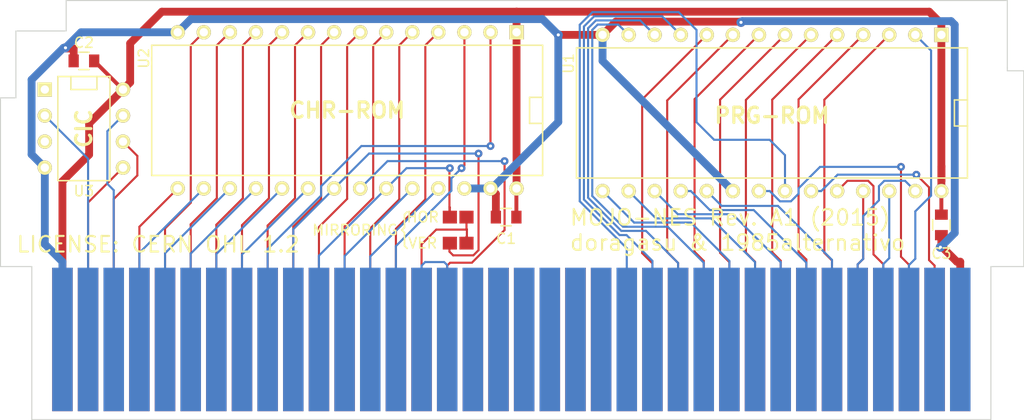
<source format=kicad_pcb>
(kicad_pcb (version 20171130) (host pcbnew "(5.1.12)-1")

  (general
    (thickness 1.6)
    (drawings 29)
    (tracks 363)
    (zones 0)
    (modules 9)
    (nets 73)
  )

  (page A4)
  (title_block
    (title MOJO-NES)
    (date 2016-12-28)
    (rev A1)
    (company "doragasu (1985alternativo)")
    (comment 1 "(licence required for product manufacture, see section 4 of License)")
    (comment 2 "License: CERN OHL 1.2: http://www.ohwr.org/licenses/cern-ohl/v1.2")
  )

  (layers
    (0 F.Cu signal)
    (31 B.Cu signal)
    (37 F.SilkS user)
    (38 B.Mask user hide)
    (39 F.Mask user hide)
    (44 Edge.Cuts user)
    (45 Margin user)
    (47 F.CrtYd user)
    (49 F.Fab user hide)
  )

  (setup
    (last_trace_width 0.2032)
    (trace_clearance 0.2032)
    (zone_clearance 0.2032)
    (zone_45_only yes)
    (trace_min 0.2032)
    (via_size 0.762)
    (via_drill 0.3048)
    (via_min_size 0.762)
    (via_min_drill 0.3048)
    (uvia_size 0.508)
    (uvia_drill 0.127)
    (uvias_allowed no)
    (uvia_min_size 0.508)
    (uvia_min_drill 0.127)
    (edge_width 0.1)
    (segment_width 0.1524)
    (pcb_text_width 0.3)
    (pcb_text_size 1.5 1.5)
    (mod_edge_width 0.15)
    (mod_text_size 1 1)
    (mod_text_width 0.15)
    (pad_size 1.5 1.5)
    (pad_drill 0.6)
    (pad_to_mask_clearance 0)
    (aux_axis_origin 139.7 132.08)
    (grid_origin 139.7 132.08)
    (visible_elements 7FFFFF7F)
    (pcbplotparams
      (layerselection 0x010e0_ffffffff)
      (usegerberextensions false)
      (usegerberattributes true)
      (usegerberadvancedattributes true)
      (creategerberjobfile true)
      (excludeedgelayer true)
      (linewidth 0.100000)
      (plotframeref false)
      (viasonmask false)
      (mode 1)
      (useauxorigin false)
      (hpglpennumber 1)
      (hpglpenspeed 20)
      (hpglpendiameter 15.000000)
      (psnegative false)
      (psa4output false)
      (plotreference true)
      (plotvalue false)
      (plotinvisibletext false)
      (padsonsilk false)
      (subtractmaskfromsilk false)
      (outputformat 1)
      (mirror false)
      (drillshape 0)
      (scaleselection 1)
      (outputdirectory "gerber/"))
  )

  (net 0 "")
  (net 1 +5V)
  (net 2 GND)
  (net 3 /PA11)
  (net 4 /PA10)
  (net 5 /PA9)
  (net 6 /PA8)
  (net 7 /PA7)
  (net 8 /PA6)
  (net 9 /PA5)
  (net 10 /PA4)
  (net 11 /PA3)
  (net 12 /PA2)
  (net 13 /PA1)
  (net 14 /PA0)
  (net 15 "Net-(J1-Pad14)")
  (net 16 "Net-(J1-Pad15)")
  (net 17 "Net-(J1-Pad16)")
  (net 18 "Net-(J1-Pad17)")
  (net 19 "Net-(J1-Pad18)")
  (net 20 "Net-(J1-Pad19)")
  (net 21 "Net-(J1-Pad20)")
  (net 22 /COE)
  (net 23 /VA10)
  (net 24 /CA6)
  (net 25 /CA5)
  (net 26 /CA4)
  (net 27 /CA3)
  (net 28 /CA2)
  (net 29 /CA1)
  (net 30 /CA0)
  (net 31 /CD0)
  (net 32 /CD1)
  (net 33 /CD2)
  (net 34 /CD3)
  (net 35 /LS0)
  (net 36 /LS1)
  (net 37 "Net-(J1-Pad37)")
  (net 38 "Net-(J1-Pad38)")
  (net 39 /PA12)
  (net 40 /PA13)
  (net 41 /PA14)
  (net 42 /PD7)
  (net 43 /PD6)
  (net 44 /PD5)
  (net 45 /PD4)
  (net 46 /PD3)
  (net 47 /PD2)
  (net 48 /PD1)
  (net 49 /PD0)
  (net 50 /POE)
  (net 51 "Net-(J1-Pad51)")
  (net 52 "Net-(J1-Pad52)")
  (net 53 "Net-(J1-Pad53)")
  (net 54 "Net-(J1-Pad54)")
  (net 55 "Net-(J1-Pad55)")
  (net 56 "Net-(J1-Pad56)")
  (net 57 "Net-(J1-Pad57)")
  (net 58 /CA7)
  (net 59 /CA8)
  (net 60 /CA9)
  (net 61 /CA11)
  (net 62 /CA10)
  (net 63 /CA12)
  (net 64 /CA13)
  (net 65 /CD7)
  (net 66 /CD6)
  (net 67 /CD5)
  (net 68 /CD4)
  (net 69 /LS2)
  (net 70 /LCK)
  (net 71 "Net-(U3-Pad1)")
  (net 72 "Net-(U3-Pad3)")

  (net_class Default "This is the default net class."
    (clearance 0.2032)
    (trace_width 0.2032)
    (via_dia 0.762)
    (via_drill 0.3048)
    (uvia_dia 0.508)
    (uvia_drill 0.127)
    (add_net /CA0)
    (add_net /CA1)
    (add_net /CA10)
    (add_net /CA11)
    (add_net /CA12)
    (add_net /CA13)
    (add_net /CA2)
    (add_net /CA3)
    (add_net /CA4)
    (add_net /CA5)
    (add_net /CA6)
    (add_net /CA7)
    (add_net /CA8)
    (add_net /CA9)
    (add_net /CD0)
    (add_net /CD1)
    (add_net /CD2)
    (add_net /CD3)
    (add_net /CD4)
    (add_net /CD5)
    (add_net /CD6)
    (add_net /CD7)
    (add_net /COE)
    (add_net /LCK)
    (add_net /LS0)
    (add_net /LS1)
    (add_net /LS2)
    (add_net /PA0)
    (add_net /PA1)
    (add_net /PA10)
    (add_net /PA11)
    (add_net /PA12)
    (add_net /PA13)
    (add_net /PA14)
    (add_net /PA2)
    (add_net /PA3)
    (add_net /PA4)
    (add_net /PA5)
    (add_net /PA6)
    (add_net /PA7)
    (add_net /PA8)
    (add_net /PA9)
    (add_net /PD0)
    (add_net /PD1)
    (add_net /PD2)
    (add_net /PD3)
    (add_net /PD4)
    (add_net /PD5)
    (add_net /PD6)
    (add_net /PD7)
    (add_net /POE)
    (add_net /VA10)
    (add_net "Net-(J1-Pad14)")
    (add_net "Net-(J1-Pad15)")
    (add_net "Net-(J1-Pad16)")
    (add_net "Net-(J1-Pad17)")
    (add_net "Net-(J1-Pad18)")
    (add_net "Net-(J1-Pad19)")
    (add_net "Net-(J1-Pad20)")
    (add_net "Net-(J1-Pad37)")
    (add_net "Net-(J1-Pad38)")
    (add_net "Net-(J1-Pad51)")
    (add_net "Net-(J1-Pad52)")
    (add_net "Net-(J1-Pad53)")
    (add_net "Net-(J1-Pad54)")
    (add_net "Net-(J1-Pad55)")
    (add_net "Net-(J1-Pad56)")
    (add_net "Net-(J1-Pad57)")
    (add_net "Net-(U3-Pad1)")
    (add_net "Net-(U3-Pad3)")
  )

  (net_class Fat ""
    (clearance 0.2032)
    (trace_width 0.762)
    (via_dia 0.889)
    (via_drill 0.3048)
    (uvia_dia 0.508)
    (uvia_drill 0.127)
    (add_net +5V)
    (add_net GND)
  )

  (net_class Power ""
    (clearance 0.2032)
    (trace_width 0.381)
    (via_dia 0.762)
    (via_drill 0.3048)
    (uvia_dia 0.508)
    (uvia_drill 0.127)
  )

  (module Capacitors_SMD:C_0805 (layer F.Cu) (tedit 54A75F0C) (tstamp 54A479BC)
    (at 141.732 112.522 180)
    (descr "Capacitor SMD 0805, reflow soldering, AVX (see smccp.pdf)")
    (tags "capacitor 0805")
    (path /54A31295)
    (attr smd)
    (fp_text reference C1 (at 0 -2.1 180) (layer F.SilkS)
      (effects (font (size 1 1) (thickness 0.15)))
    )
    (fp_text value 100n (at 0 2.1 180) (layer F.SilkS) hide
      (effects (font (size 1 1) (thickness 0.15)))
    )
    (fp_line (start -0.5 0.85) (end 0.5 0.85) (layer F.SilkS) (width 0.15))
    (fp_line (start 0.5 -0.85) (end -0.5 -0.85) (layer F.SilkS) (width 0.15))
    (fp_line (start 1.8 -1) (end 1.8 1) (layer F.CrtYd) (width 0.05))
    (fp_line (start -1.8 -1) (end -1.8 1) (layer F.CrtYd) (width 0.05))
    (fp_line (start -1.8 1) (end 1.8 1) (layer F.CrtYd) (width 0.05))
    (fp_line (start -1.8 -1) (end 1.8 -1) (layer F.CrtYd) (width 0.05))
    (pad 1 smd rect (at -1 0 180) (size 1 1.25) (layers F.Cu F.Mask)
      (net 1 +5V))
    (pad 2 smd rect (at 1 0 180) (size 1 1.25) (layers F.Cu F.Mask)
      (net 2 GND))
    (model Capacitors_SMD.3dshapes/C_0805.wrl
      (at (xyz 0 0 0))
      (scale (xyz 1 1 1))
      (rotate (xyz 0 0 0))
    )
  )

  (module Capacitors_SMD:C_0805 (layer F.Cu) (tedit 54A75F45) (tstamp 54A479C8)
    (at 100.584 97.282 180)
    (descr "Capacitor SMD 0805, reflow soldering, AVX (see smccp.pdf)")
    (tags "capacitor 0805")
    (path /54A312E0)
    (attr smd)
    (fp_text reference C2 (at 0 1.778 180) (layer F.SilkS)
      (effects (font (size 1 1) (thickness 0.15)))
    )
    (fp_text value 100n (at 0 2.1 180) (layer F.SilkS) hide
      (effects (font (size 1 1) (thickness 0.15)))
    )
    (fp_line (start -0.5 0.85) (end 0.5 0.85) (layer F.SilkS) (width 0.15))
    (fp_line (start 0.5 -0.85) (end -0.5 -0.85) (layer F.SilkS) (width 0.15))
    (fp_line (start 1.8 -1) (end 1.8 1) (layer F.CrtYd) (width 0.05))
    (fp_line (start -1.8 -1) (end -1.8 1) (layer F.CrtYd) (width 0.05))
    (fp_line (start -1.8 1) (end 1.8 1) (layer F.CrtYd) (width 0.05))
    (fp_line (start -1.8 -1) (end 1.8 -1) (layer F.CrtYd) (width 0.05))
    (pad 1 smd rect (at -1 0 180) (size 1 1.25) (layers F.Cu F.Mask)
      (net 1 +5V))
    (pad 2 smd rect (at 1 0 180) (size 1 1.25) (layers F.Cu F.Mask)
      (net 2 GND))
    (model Capacitors_SMD.3dshapes/C_0805.wrl
      (at (xyz 0 0 0))
      (scale (xyz 1 1 1))
      (rotate (xyz 0 0 0))
    )
  )

  (module Capacitors_SMD:C_0805 (layer F.Cu) (tedit 54A761CA) (tstamp 54A479D4)
    (at 184.15 113.284 270)
    (descr "Capacitor SMD 0805, reflow soldering, AVX (see smccp.pdf)")
    (tags "capacitor 0805")
    (path /54A312FD)
    (attr smd)
    (fp_text reference C3 (at 2.794 0) (layer F.SilkS)
      (effects (font (size 1 1) (thickness 0.15)))
    )
    (fp_text value 100n (at 0 2.1 270) (layer F.SilkS) hide
      (effects (font (size 1 1) (thickness 0.15)))
    )
    (fp_line (start -0.5 0.85) (end 0.5 0.85) (layer F.SilkS) (width 0.15))
    (fp_line (start 0.5 -0.85) (end -0.5 -0.85) (layer F.SilkS) (width 0.15))
    (fp_line (start 1.8 -1) (end 1.8 1) (layer F.CrtYd) (width 0.05))
    (fp_line (start -1.8 -1) (end -1.8 1) (layer F.CrtYd) (width 0.05))
    (fp_line (start -1.8 1) (end 1.8 1) (layer F.CrtYd) (width 0.05))
    (fp_line (start -1.8 -1) (end 1.8 -1) (layer F.CrtYd) (width 0.05))
    (pad 1 smd rect (at -1 0 270) (size 1 1.25) (layers F.Cu F.Mask)
      (net 1 +5V))
    (pad 2 smd rect (at 1 0 270) (size 1 1.25) (layers F.Cu F.Mask)
      (net 2 GND))
    (model Capacitors_SMD.3dshapes/C_0805.wrl
      (at (xyz 0 0 0))
      (scale (xyz 1 1 1))
      (rotate (xyz 0 0 0))
    )
  )

  (module Sockets_DIP:DIP-28__600 (layer F.Cu) (tedit 54A75F83) (tstamp 54A47E34)
    (at 167.64 102.362 180)
    (descr "Module Dil 28 pins, pads ronds, e=600 mils")
    (tags DIL)
    (path /54A1CD2D)
    (fp_text reference U1 (at 19.812 4.826 270) (layer F.SilkS)
      (effects (font (size 1 1) (thickness 0.15)))
    )
    (fp_text value 27C512 (at 6.35 3.81 180) (layer F.SilkS) hide
      (effects (font (size 1 1) (thickness 0.15)))
    )
    (fp_line (start -19.05 6.35) (end -19.05 -6.35) (layer F.SilkS) (width 0.15))
    (fp_line (start 19.05 6.35) (end -19.05 6.35) (layer F.SilkS) (width 0.15))
    (fp_line (start 19.05 -6.35) (end 19.05 6.35) (layer F.SilkS) (width 0.15))
    (fp_line (start -19.05 -6.35) (end 19.05 -6.35) (layer F.SilkS) (width 0.15))
    (fp_line (start -17.78 1.27) (end -19.05 1.27) (layer F.SilkS) (width 0.15))
    (fp_line (start -17.78 -1.27) (end -17.78 1.27) (layer F.SilkS) (width 0.15))
    (fp_line (start -19.05 -1.27) (end -17.78 -1.27) (layer F.SilkS) (width 0.15))
    (fp_line (start -19.05 -1.27) (end -19.05 -1.27) (layer F.SilkS) (width 0.15))
    (pad 1 thru_hole rect (at -16.51 7.62 180) (size 1.397 1.397) (drill 0.8128) (layers *.Cu *.Mask F.SilkS)
      (net 1 +5V))
    (pad 2 thru_hole circle (at -13.97 7.62 180) (size 1.397 1.397) (drill 0.8128) (layers *.Cu *.Mask F.SilkS)
      (net 39 /PA12))
    (pad 3 thru_hole circle (at -11.43 7.62 180) (size 1.397 1.397) (drill 0.8128) (layers *.Cu *.Mask F.SilkS)
      (net 7 /PA7))
    (pad 4 thru_hole circle (at -8.89 7.62 180) (size 1.397 1.397) (drill 0.8128) (layers *.Cu *.Mask F.SilkS)
      (net 8 /PA6))
    (pad 5 thru_hole circle (at -6.35 7.62 180) (size 1.397 1.397) (drill 0.8128) (layers *.Cu *.Mask F.SilkS)
      (net 9 /PA5))
    (pad 6 thru_hole circle (at -3.81 7.62 180) (size 1.397 1.397) (drill 0.8128) (layers *.Cu *.Mask F.SilkS)
      (net 10 /PA4))
    (pad 7 thru_hole circle (at -1.27 7.62 180) (size 1.397 1.397) (drill 0.8128) (layers *.Cu *.Mask F.SilkS)
      (net 11 /PA3))
    (pad 8 thru_hole circle (at 1.27 7.62 180) (size 1.397 1.397) (drill 0.8128) (layers *.Cu *.Mask F.SilkS)
      (net 12 /PA2))
    (pad 9 thru_hole circle (at 3.81 7.62 180) (size 1.397 1.397) (drill 0.8128) (layers *.Cu *.Mask F.SilkS)
      (net 13 /PA1))
    (pad 10 thru_hole circle (at 6.35 7.62 180) (size 1.397 1.397) (drill 0.8128) (layers *.Cu *.Mask F.SilkS)
      (net 14 /PA0))
    (pad 11 thru_hole circle (at 8.89 7.62 180) (size 1.397 1.397) (drill 0.8128) (layers *.Cu *.Mask F.SilkS)
      (net 49 /PD0))
    (pad 12 thru_hole circle (at 11.43 7.62 180) (size 1.397 1.397) (drill 0.8128) (layers *.Cu *.Mask F.SilkS)
      (net 48 /PD1))
    (pad 13 thru_hole circle (at 13.97 7.62 180) (size 1.397 1.397) (drill 0.8128) (layers *.Cu *.Mask F.SilkS)
      (net 47 /PD2))
    (pad 14 thru_hole circle (at 16.51 7.62 180) (size 1.397 1.397) (drill 0.8128) (layers *.Cu *.Mask F.SilkS)
      (net 2 GND))
    (pad 15 thru_hole circle (at 16.51 -7.62 180) (size 1.397 1.397) (drill 0.8128) (layers *.Cu *.Mask F.SilkS)
      (net 46 /PD3))
    (pad 16 thru_hole circle (at 13.97 -7.62 180) (size 1.397 1.397) (drill 0.8128) (layers *.Cu *.Mask F.SilkS)
      (net 45 /PD4))
    (pad 17 thru_hole circle (at 11.43 -7.62 180) (size 1.397 1.397) (drill 0.8128) (layers *.Cu *.Mask F.SilkS)
      (net 44 /PD5))
    (pad 18 thru_hole circle (at 8.89 -7.62 180) (size 1.397 1.397) (drill 0.8128) (layers *.Cu *.Mask F.SilkS)
      (net 43 /PD6))
    (pad 19 thru_hole circle (at 6.35 -7.62 180) (size 1.397 1.397) (drill 0.8128) (layers *.Cu *.Mask F.SilkS)
      (net 42 /PD7))
    (pad 20 thru_hole circle (at 3.81 -7.62 180) (size 1.397 1.397) (drill 0.8128) (layers *.Cu *.Mask F.SilkS)
      (net 2 GND))
    (pad 21 thru_hole circle (at 1.27 -7.62 180) (size 1.397 1.397) (drill 0.8128) (layers *.Cu *.Mask F.SilkS)
      (net 4 /PA10))
    (pad 22 thru_hole circle (at -1.27 -7.62 180) (size 1.397 1.397) (drill 0.8128) (layers *.Cu *.Mask F.SilkS)
      (net 50 /POE))
    (pad 23 thru_hole circle (at -3.81 -7.62 180) (size 1.397 1.397) (drill 0.8128) (layers *.Cu *.Mask F.SilkS)
      (net 3 /PA11))
    (pad 24 thru_hole circle (at -6.35 -7.62 180) (size 1.397 1.397) (drill 0.8128) (layers *.Cu *.Mask F.SilkS)
      (net 5 /PA9))
    (pad 25 thru_hole circle (at -8.89 -7.62 180) (size 1.397 1.397) (drill 0.8128) (layers *.Cu *.Mask F.SilkS)
      (net 6 /PA8))
    (pad 26 thru_hole circle (at -11.43 -7.62 180) (size 1.397 1.397) (drill 0.8128) (layers *.Cu *.Mask F.SilkS)
      (net 40 /PA13))
    (pad 27 thru_hole circle (at -13.97 -7.62 180) (size 1.397 1.397) (drill 0.8128) (layers *.Cu *.Mask F.SilkS)
      (net 41 /PA14))
    (pad 28 thru_hole circle (at -16.51 -7.62 180) (size 1.397 1.397) (drill 0.8128) (layers *.Cu *.Mask F.SilkS)
      (net 1 +5V))
    (model Sockets_DIP.3dshapes/DIP-28__600.wrl
      (at (xyz 0 0 0))
      (scale (xyz 1 1 1))
      (rotate (xyz 0 0 0))
    )
  )

  (module Sockets_DIP:DIP-28__600 (layer F.Cu) (tedit 54A75F8A) (tstamp 54A47A84)
    (at 126.238 102.108 180)
    (descr "Module Dil 28 pins, pads ronds, e=600 mils")
    (tags DIL)
    (path /54A1DDDE)
    (fp_text reference U2 (at 19.812 5.08 270) (layer F.SilkS)
      (effects (font (size 1 1) (thickness 0.15)))
    )
    (fp_text value 27C512 (at 6.35 3.81 180) (layer F.SilkS) hide
      (effects (font (size 1 1) (thickness 0.15)))
    )
    (fp_line (start -19.05 6.35) (end -19.05 -6.35) (layer F.SilkS) (width 0.15))
    (fp_line (start 19.05 6.35) (end -19.05 6.35) (layer F.SilkS) (width 0.15))
    (fp_line (start 19.05 -6.35) (end 19.05 6.35) (layer F.SilkS) (width 0.15))
    (fp_line (start -19.05 -6.35) (end 19.05 -6.35) (layer F.SilkS) (width 0.15))
    (fp_line (start -17.78 1.27) (end -19.05 1.27) (layer F.SilkS) (width 0.15))
    (fp_line (start -17.78 -1.27) (end -17.78 1.27) (layer F.SilkS) (width 0.15))
    (fp_line (start -19.05 -1.27) (end -17.78 -1.27) (layer F.SilkS) (width 0.15))
    (fp_line (start -19.05 -1.27) (end -19.05 -1.27) (layer F.SilkS) (width 0.15))
    (pad 1 thru_hole rect (at -16.51 7.62 180) (size 1.397 1.397) (drill 0.8128) (layers *.Cu *.Mask F.SilkS)
      (net 1 +5V))
    (pad 2 thru_hole circle (at -13.97 7.62 180) (size 1.397 1.397) (drill 0.8128) (layers *.Cu *.Mask F.SilkS)
      (net 63 /CA12))
    (pad 3 thru_hole circle (at -11.43 7.62 180) (size 1.397 1.397) (drill 0.8128) (layers *.Cu *.Mask F.SilkS)
      (net 58 /CA7))
    (pad 4 thru_hole circle (at -8.89 7.62 180) (size 1.397 1.397) (drill 0.8128) (layers *.Cu *.Mask F.SilkS)
      (net 24 /CA6))
    (pad 5 thru_hole circle (at -6.35 7.62 180) (size 1.397 1.397) (drill 0.8128) (layers *.Cu *.Mask F.SilkS)
      (net 25 /CA5))
    (pad 6 thru_hole circle (at -3.81 7.62 180) (size 1.397 1.397) (drill 0.8128) (layers *.Cu *.Mask F.SilkS)
      (net 26 /CA4))
    (pad 7 thru_hole circle (at -1.27 7.62 180) (size 1.397 1.397) (drill 0.8128) (layers *.Cu *.Mask F.SilkS)
      (net 27 /CA3))
    (pad 8 thru_hole circle (at 1.27 7.62 180) (size 1.397 1.397) (drill 0.8128) (layers *.Cu *.Mask F.SilkS)
      (net 28 /CA2))
    (pad 9 thru_hole circle (at 3.81 7.62 180) (size 1.397 1.397) (drill 0.8128) (layers *.Cu *.Mask F.SilkS)
      (net 29 /CA1))
    (pad 10 thru_hole circle (at 6.35 7.62 180) (size 1.397 1.397) (drill 0.8128) (layers *.Cu *.Mask F.SilkS)
      (net 30 /CA0))
    (pad 11 thru_hole circle (at 8.89 7.62 180) (size 1.397 1.397) (drill 0.8128) (layers *.Cu *.Mask F.SilkS)
      (net 31 /CD0))
    (pad 12 thru_hole circle (at 11.43 7.62 180) (size 1.397 1.397) (drill 0.8128) (layers *.Cu *.Mask F.SilkS)
      (net 32 /CD1))
    (pad 13 thru_hole circle (at 13.97 7.62 180) (size 1.397 1.397) (drill 0.8128) (layers *.Cu *.Mask F.SilkS)
      (net 33 /CD2))
    (pad 14 thru_hole circle (at 16.51 7.62 180) (size 1.397 1.397) (drill 0.8128) (layers *.Cu *.Mask F.SilkS)
      (net 2 GND))
    (pad 15 thru_hole circle (at 16.51 -7.62 180) (size 1.397 1.397) (drill 0.8128) (layers *.Cu *.Mask F.SilkS)
      (net 34 /CD3))
    (pad 16 thru_hole circle (at 13.97 -7.62 180) (size 1.397 1.397) (drill 0.8128) (layers *.Cu *.Mask F.SilkS)
      (net 68 /CD4))
    (pad 17 thru_hole circle (at 11.43 -7.62 180) (size 1.397 1.397) (drill 0.8128) (layers *.Cu *.Mask F.SilkS)
      (net 67 /CD5))
    (pad 18 thru_hole circle (at 8.89 -7.62 180) (size 1.397 1.397) (drill 0.8128) (layers *.Cu *.Mask F.SilkS)
      (net 66 /CD6))
    (pad 19 thru_hole circle (at 6.35 -7.62 180) (size 1.397 1.397) (drill 0.8128) (layers *.Cu *.Mask F.SilkS)
      (net 65 /CD7))
    (pad 20 thru_hole circle (at 3.81 -7.62 180) (size 1.397 1.397) (drill 0.8128) (layers *.Cu *.Mask F.SilkS)
      (net 64 /CA13))
    (pad 21 thru_hole circle (at 1.27 -7.62 180) (size 1.397 1.397) (drill 0.8128) (layers *.Cu *.Mask F.SilkS)
      (net 62 /CA10))
    (pad 22 thru_hole circle (at -1.27 -7.62 180) (size 1.397 1.397) (drill 0.8128) (layers *.Cu *.Mask F.SilkS)
      (net 22 /COE))
    (pad 23 thru_hole circle (at -3.81 -7.62 180) (size 1.397 1.397) (drill 0.8128) (layers *.Cu *.Mask F.SilkS)
      (net 61 /CA11))
    (pad 24 thru_hole circle (at -6.35 -7.62 180) (size 1.397 1.397) (drill 0.8128) (layers *.Cu *.Mask F.SilkS)
      (net 60 /CA9))
    (pad 25 thru_hole circle (at -8.89 -7.62 180) (size 1.397 1.397) (drill 0.8128) (layers *.Cu *.Mask F.SilkS)
      (net 59 /CA8))
    (pad 26 thru_hole circle (at -11.43 -7.62 180) (size 1.397 1.397) (drill 0.8128) (layers *.Cu *.Mask F.SilkS)
      (net 2 GND))
    (pad 27 thru_hole circle (at -13.97 -7.62 180) (size 1.397 1.397) (drill 0.8128) (layers *.Cu *.Mask F.SilkS)
      (net 2 GND))
    (pad 28 thru_hole circle (at -16.51 -7.62 180) (size 1.397 1.397) (drill 0.8128) (layers *.Cu *.Mask F.SilkS)
      (net 1 +5V))
    (model Sockets_DIP.3dshapes/DIP-28__600.wrl
      (at (xyz 0 0 0))
      (scale (xyz 1 1 1))
      (rotate (xyz 0 0 0))
    )
  )

  (module Sockets_DIP:DIP-8__300 (layer F.Cu) (tedit 54A75F4C) (tstamp 54A47A97)
    (at 100.584 103.886 270)
    (descr "8 pins DIL package, round pads")
    (tags DIL)
    (path /54A2F8EA)
    (fp_text reference U3 (at 6.096 0) (layer F.SilkS)
      (effects (font (size 1 1) (thickness 0.15)))
    )
    (fp_text value ATTINY13-P (at 0 0 270) (layer F.SilkS) hide
      (effects (font (size 1 1) (thickness 0.15)))
    )
    (fp_line (start -5.08 2.54) (end -5.08 -2.54) (layer F.SilkS) (width 0.15))
    (fp_line (start 5.08 2.54) (end -5.08 2.54) (layer F.SilkS) (width 0.15))
    (fp_line (start 5.08 -2.54) (end 5.08 2.54) (layer F.SilkS) (width 0.15))
    (fp_line (start -5.08 -2.54) (end 5.08 -2.54) (layer F.SilkS) (width 0.15))
    (fp_line (start -3.81 1.27) (end -5.08 1.27) (layer F.SilkS) (width 0.15))
    (fp_line (start -3.81 -1.27) (end -3.81 1.27) (layer F.SilkS) (width 0.15))
    (fp_line (start -5.08 -1.27) (end -3.81 -1.27) (layer F.SilkS) (width 0.15))
    (pad 1 thru_hole rect (at -3.81 3.81 270) (size 1.397 1.397) (drill 0.8128) (layers *.Cu *.Mask F.SilkS)
      (net 71 "Net-(U3-Pad1)"))
    (pad 2 thru_hole circle (at -1.27 3.81 270) (size 1.397 1.397) (drill 0.8128) (layers *.Cu *.Mask F.SilkS)
      (net 70 /LCK))
    (pad 3 thru_hole circle (at 1.27 3.81 270) (size 1.397 1.397) (drill 0.8128) (layers *.Cu *.Mask F.SilkS)
      (net 72 "Net-(U3-Pad3)"))
    (pad 4 thru_hole circle (at 3.81 3.81 270) (size 1.397 1.397) (drill 0.8128) (layers *.Cu *.Mask F.SilkS)
      (net 2 GND))
    (pad 5 thru_hole circle (at 3.81 -3.81 270) (size 1.397 1.397) (drill 0.8128) (layers *.Cu *.Mask F.SilkS)
      (net 36 /LS1))
    (pad 6 thru_hole circle (at 1.27 -3.81 270) (size 1.397 1.397) (drill 0.8128) (layers *.Cu *.Mask F.SilkS)
      (net 35 /LS0))
    (pad 7 thru_hole circle (at -1.27 -3.81 270) (size 1.397 1.397) (drill 0.8128) (layers *.Cu *.Mask F.SilkS)
      (net 69 /LS2))
    (pad 8 thru_hole circle (at -3.81 -3.81 270) (size 1.397 1.397) (drill 0.8128) (layers *.Cu *.Mask F.SilkS)
      (net 1 +5V))
    (model Sockets_DIP.3dshapes/DIP-8__300.wrl
      (at (xyz 0 0 0))
      (scale (xyz 1 1 1))
      (rotate (xyz 0 0 0))
    )
  )

  (module doragasu:NES_CART_FINGERS (layer F.Cu) (tedit 58638AB1) (tstamp 54A47A20)
    (at 142.24 124.46)
    (path /54A19E00)
    (fp_text reference J1 (at 0 -8.89) (layer F.SilkS) hide
      (effects (font (size 1.5 1.5) (thickness 0.15)))
    )
    (fp_text value NES-CART (at 0 8.89) (layer F.SilkS) hide
      (effects (font (size 1.5 1.5) (thickness 0.15)))
    )
    (pad 1 connect rect (at 43.75 0) (size 2 14) (layers F.Cu F.Mask)
      (net 2 GND) (solder_mask_margin 0.3))
    (pad 2 connect rect (at 41.25 0) (size 2 14) (layers F.Cu F.Mask)
      (net 3 /PA11) (solder_mask_margin 0.3))
    (pad 3 connect rect (at 38.75 0) (size 2 14) (layers F.Cu F.Mask)
      (net 4 /PA10) (solder_mask_margin 0.3))
    (pad 4 connect rect (at 36.25 0) (size 2 14) (layers F.Cu F.Mask)
      (net 5 /PA9) (solder_mask_margin 0.3))
    (pad 5 connect rect (at 33.75 0) (size 2 14) (layers F.Cu F.Mask)
      (net 6 /PA8) (solder_mask_margin 0.3))
    (pad 6 connect rect (at 31.25 0) (size 2 14) (layers F.Cu F.Mask)
      (net 7 /PA7) (solder_mask_margin 0.3))
    (pad 7 connect rect (at 28.75 0) (size 2 14) (layers F.Cu F.Mask)
      (net 8 /PA6) (solder_mask_margin 0.3))
    (pad 8 connect rect (at 26.25 0) (size 2 14) (layers F.Cu F.Mask)
      (net 9 /PA5) (solder_mask_margin 0.3))
    (pad 9 connect rect (at 23.75 0) (size 2 14) (layers F.Cu F.Mask)
      (net 10 /PA4) (solder_mask_margin 0.3))
    (pad 10 connect rect (at 21.25 0) (size 2 14) (layers F.Cu F.Mask)
      (net 11 /PA3) (solder_mask_margin 0.3))
    (pad 11 connect rect (at 18.75 0) (size 2 14) (layers F.Cu F.Mask)
      (net 12 /PA2) (solder_mask_margin 0.3))
    (pad 12 connect rect (at 16.25 0) (size 2 14) (layers F.Cu F.Mask)
      (net 13 /PA1) (solder_mask_margin 0.3))
    (pad 13 connect rect (at 13.75 0) (size 2 14) (layers F.Cu F.Mask)
      (net 14 /PA0) (solder_mask_margin 0.3))
    (pad 14 connect rect (at 11.25 0) (size 2 14) (layers F.Cu F.Mask)
      (net 15 "Net-(J1-Pad14)") (solder_mask_margin 0.3))
    (pad 15 connect rect (at 8.75 0) (size 2 14) (layers F.Cu F.Mask)
      (net 16 "Net-(J1-Pad15)") (solder_mask_margin 0.3))
    (pad 16 connect rect (at 6.25 0) (size 2 14) (layers F.Cu F.Mask)
      (net 17 "Net-(J1-Pad16)") (solder_mask_margin 0.3))
    (pad 17 connect rect (at 3.75 0) (size 2 14) (layers F.Cu F.Mask)
      (net 18 "Net-(J1-Pad17)") (solder_mask_margin 0.3))
    (pad 18 connect rect (at 1.25 0) (size 2 14) (layers F.Cu F.Mask)
      (net 19 "Net-(J1-Pad18)") (solder_mask_margin 0.3))
    (pad 19 connect rect (at -1.25 0) (size 2 14) (layers F.Cu F.Mask)
      (net 20 "Net-(J1-Pad19)") (solder_mask_margin 0.3))
    (pad 20 connect rect (at -3.75 0) (size 2 14) (layers F.Cu F.Mask)
      (net 21 "Net-(J1-Pad20)") (solder_mask_margin 0.3))
    (pad 21 connect rect (at -6.25 0) (size 2 14) (layers F.Cu F.Mask)
      (net 22 /COE) (solder_mask_margin 0.3))
    (pad 22 connect rect (at -8.75 0) (size 2 14) (layers F.Cu F.Mask)
      (net 23 /VA10) (solder_mask_margin 0.3))
    (pad 23 connect rect (at -11.25 0) (size 2 14) (layers F.Cu F.Mask)
      (net 24 /CA6) (solder_mask_margin 0.3))
    (pad 24 connect rect (at -13.75 0) (size 2 14) (layers F.Cu F.Mask)
      (net 25 /CA5) (solder_mask_margin 0.3))
    (pad 25 connect rect (at -16.25 0) (size 2 14) (layers F.Cu F.Mask)
      (net 26 /CA4) (solder_mask_margin 0.3))
    (pad 26 connect rect (at -18.75 0) (size 2 14) (layers F.Cu F.Mask)
      (net 27 /CA3) (solder_mask_margin 0.3))
    (pad 27 connect rect (at -21.25 0) (size 2 14) (layers F.Cu F.Mask)
      (net 28 /CA2) (solder_mask_margin 0.3))
    (pad 28 connect rect (at -23.75 0) (size 2 14) (layers F.Cu F.Mask)
      (net 29 /CA1) (solder_mask_margin 0.3))
    (pad 29 connect rect (at -26.25 0) (size 2 14) (layers F.Cu F.Mask)
      (net 30 /CA0) (solder_mask_margin 0.3))
    (pad 30 connect rect (at -28.75 0) (size 2 14) (layers F.Cu F.Mask)
      (net 31 /CD0) (solder_mask_margin 0.3))
    (pad 31 connect rect (at -31.25 0) (size 2 14) (layers F.Cu F.Mask)
      (net 32 /CD1) (solder_mask_margin 0.3))
    (pad 32 connect rect (at -33.75 0) (size 2 14) (layers F.Cu F.Mask)
      (net 33 /CD2) (solder_mask_margin 0.3))
    (pad 33 connect rect (at -36.25 0) (size 2 14) (layers F.Cu F.Mask)
      (net 34 /CD3) (solder_mask_margin 0.3))
    (pad 34 connect rect (at -38.75 0) (size 2 14) (layers F.Cu F.Mask)
      (net 35 /LS0) (solder_mask_margin 0.3))
    (pad 35 connect rect (at -41.25 0) (size 2 14) (layers F.Cu F.Mask)
      (net 36 /LS1) (solder_mask_margin 0.3))
    (pad 36 connect rect (at -43.75 0) (size 2 14) (layers F.Cu F.Mask)
      (net 1 +5V) (solder_mask_margin 0.3))
    (pad 37 connect rect (at 43.75 0) (size 2 14) (layers B.Cu B.Mask)
      (net 37 "Net-(J1-Pad37)") (solder_mask_margin 0.3))
    (pad 38 connect rect (at 41.25 0) (size 2 14) (layers B.Cu B.Mask)
      (net 38 "Net-(J1-Pad38)") (solder_mask_margin 0.3))
    (pad 39 connect rect (at 38.75 0) (size 2 14) (layers B.Cu B.Mask)
      (net 39 /PA12) (solder_mask_margin 0.3))
    (pad 40 connect rect (at 36.25 0) (size 2 14) (layers B.Cu B.Mask)
      (net 40 /PA13) (solder_mask_margin 0.3))
    (pad 41 connect rect (at 33.75 0) (size 2 14) (layers B.Cu B.Mask)
      (net 41 /PA14) (solder_mask_margin 0.3))
    (pad 42 connect rect (at 31.25 0) (size 2 14) (layers B.Cu B.Mask)
      (net 42 /PD7) (solder_mask_margin 0.3))
    (pad 43 connect rect (at 28.75 0) (size 2 14) (layers B.Cu B.Mask)
      (net 43 /PD6) (solder_mask_margin 0.3))
    (pad 44 connect rect (at 26.25 0) (size 2 14) (layers B.Cu B.Mask)
      (net 44 /PD5) (solder_mask_margin 0.3))
    (pad 45 connect rect (at 23.75 0) (size 2 14) (layers B.Cu B.Mask)
      (net 45 /PD4) (solder_mask_margin 0.3))
    (pad 46 connect rect (at 21.25 0) (size 2 14) (layers B.Cu B.Mask)
      (net 46 /PD3) (solder_mask_margin 0.3))
    (pad 47 connect rect (at 18.75 0) (size 2 14) (layers B.Cu B.Mask)
      (net 47 /PD2) (solder_mask_margin 0.3))
    (pad 48 connect rect (at 16.25 0) (size 2 14) (layers B.Cu B.Mask)
      (net 48 /PD1) (solder_mask_margin 0.3))
    (pad 49 connect rect (at 13.75 0) (size 2 14) (layers B.Cu B.Mask)
      (net 49 /PD0) (solder_mask_margin 0.3))
    (pad 50 connect rect (at 11.25 0) (size 2 14) (layers B.Cu B.Mask)
      (net 50 /POE) (solder_mask_margin 0.3))
    (pad 51 connect rect (at 8.75 0) (size 2 14) (layers B.Cu B.Mask)
      (net 51 "Net-(J1-Pad51)") (solder_mask_margin 0.3))
    (pad 52 connect rect (at 6.25 0) (size 2 14) (layers B.Cu B.Mask)
      (net 52 "Net-(J1-Pad52)") (solder_mask_margin 0.3))
    (pad 53 connect rect (at 3.75 0) (size 2 14) (layers B.Cu B.Mask)
      (net 53 "Net-(J1-Pad53)") (solder_mask_margin 0.3))
    (pad 54 connect rect (at 1.25 0) (size 2 14) (layers B.Cu B.Mask)
      (net 54 "Net-(J1-Pad54)") (solder_mask_margin 0.3))
    (pad 55 connect rect (at -1.25 0) (size 2 14) (layers B.Cu B.Mask)
      (net 55 "Net-(J1-Pad55)") (solder_mask_margin 0.3))
    (pad 56 connect rect (at -3.75 0) (size 2 14) (layers B.Cu B.Mask)
      (net 56 "Net-(J1-Pad56)") (solder_mask_margin 0.3))
    (pad 57 connect rect (at -6.25 0) (size 2 14) (layers B.Cu B.Mask)
      (net 57 "Net-(J1-Pad57)") (solder_mask_margin 0.3))
    (pad 58 connect rect (at -8.75 0) (size 2 14) (layers B.Cu B.Mask)
      (net 57 "Net-(J1-Pad57)") (solder_mask_margin 0.3))
    (pad 59 connect rect (at -11.25 0) (size 2 14) (layers B.Cu B.Mask)
      (net 58 /CA7) (solder_mask_margin 0.3))
    (pad 60 connect rect (at -13.75 0) (size 2 14) (layers B.Cu B.Mask)
      (net 59 /CA8) (solder_mask_margin 0.3))
    (pad 61 connect rect (at -16.25 0) (size 2 14) (layers B.Cu B.Mask)
      (net 60 /CA9) (solder_mask_margin 0.3))
    (pad 62 connect rect (at -18.75 0) (size 2 14) (layers B.Cu B.Mask)
      (net 61 /CA11) (solder_mask_margin 0.3))
    (pad 63 connect rect (at -21.25 0) (size 2 14) (layers B.Cu B.Mask)
      (net 62 /CA10) (solder_mask_margin 0.3))
    (pad 64 connect rect (at -23.75 0) (size 2 14) (layers B.Cu B.Mask)
      (net 63 /CA12) (solder_mask_margin 0.3))
    (pad 65 connect rect (at -26.25 0) (size 2 14) (layers B.Cu B.Mask)
      (net 64 /CA13) (solder_mask_margin 0.3))
    (pad 66 connect rect (at -28.75 0) (size 2 14) (layers B.Cu B.Mask)
      (net 65 /CD7) (solder_mask_margin 0.3))
    (pad 67 connect rect (at -31.25 0) (size 2 14) (layers B.Cu B.Mask)
      (net 66 /CD6) (solder_mask_margin 0.3))
    (pad 68 connect rect (at -33.75 0) (size 2 14) (layers B.Cu B.Mask)
      (net 67 /CD5) (solder_mask_margin 0.3))
    (pad 69 connect rect (at -36.25 0) (size 2 14) (layers B.Cu B.Mask)
      (net 68 /CD4) (solder_mask_margin 0.3))
    (pad 70 connect rect (at -38.75 0) (size 2 14) (layers B.Cu B.Mask)
      (net 69 /LS2) (solder_mask_margin 0.3))
    (pad 71 connect rect (at -41.25 0) (size 2 14) (layers B.Cu B.Mask)
      (net 70 /LCK) (solder_mask_margin 0.3))
    (pad 72 connect rect (at -43.75 0) (size 2 14) (layers B.Cu B.Mask)
      (net 2 GND) (solder_mask_margin 0.3))
  )

  (module doragasu:JUMPER_0805 (layer F.Cu) (tedit 54DA20A6) (tstamp 54A47A34)
    (at 137.058 112.522)
    (descr "Jumper for solderin")
    (tags Jumper)
    (path /54A33182)
    (attr smd)
    (fp_text reference JP2 (at 0 -2.1) (layer F.SilkS) hide
      (effects (font (size 1 1) (thickness 0.15)))
    )
    (fp_text value JUMPER (at 0 2.1) (layer F.SilkS) hide
      (effects (font (size 1 1) (thickness 0.15)))
    )
    (fp_line (start 1.8 -1) (end 1.8 1) (layer F.CrtYd) (width 0.05))
    (fp_line (start -1.8 -1) (end -1.8 1) (layer F.CrtYd) (width 0.05))
    (fp_line (start -1.8 1) (end 1.8 1) (layer F.CrtYd) (width 0.05))
    (fp_line (start -1.8 -1) (end 1.8 -1) (layer F.CrtYd) (width 0.05))
    (pad 1 smd rect (at -0.81 0) (size 1.38 1.25) (layers F.Cu F.Mask)
      (net 61 /CA11))
    (pad 2 smd rect (at 0.81 0) (size 1.38 1.25) (layers F.Cu F.Mask)
      (net 23 /VA10))
    (model Capacitors_SMD/C_0805.wrl
      (at (xyz 0 0 0))
      (scale (xyz 1 1 1))
      (rotate (xyz 0 0 0))
    )
  )

  (module doragasu:JUMPER_0805 (layer F.Cu) (tedit 54DA20A3) (tstamp 54A47A2A)
    (at 137.058 115.062)
    (descr "Jumper for solderin")
    (tags Jumper)
    (path /54A33096)
    (attr smd)
    (fp_text reference JP1 (at 0 -2.1) (layer F.SilkS) hide
      (effects (font (size 1 1) (thickness 0.15)))
    )
    (fp_text value JUMPER (at 0 2.1) (layer F.SilkS) hide
      (effects (font (size 1 1) (thickness 0.15)))
    )
    (fp_line (start 1.8 -1) (end 1.8 1) (layer F.CrtYd) (width 0.05))
    (fp_line (start -1.8 -1) (end -1.8 1) (layer F.CrtYd) (width 0.05))
    (fp_line (start -1.8 1) (end 1.8 1) (layer F.CrtYd) (width 0.05))
    (fp_line (start -1.8 -1) (end 1.8 -1) (layer F.CrtYd) (width 0.05))
    (pad 1 smd rect (at -0.81 0) (size 1.38 1.25) (layers F.Cu F.Mask)
      (net 62 /CA10))
    (pad 2 smd rect (at 0.81 0) (size 1.38 1.25) (layers F.Cu F.Mask)
      (net 23 /VA10))
    (model Resistors_SMD.3dshapes/R_0805.wrl
      (at (xyz 0 0 0))
      (scale (xyz 1 1 1))
      (rotate (xyz 0 0 0))
    )
  )

  (gr_text "LICENSE: CERN OHL 1.2" (at 107.823 115.189) (layer F.SilkS)
    (effects (font (size 1.524 1.524) (thickness 0.2032)))
  )
  (gr_text "MOJO-NES Rev. A1 (2015)\ndoragasu & 1985alternativo" (at 147.828 113.792) (layer F.SilkS)
    (effects (font (size 1.524 1.524) (thickness 0.2032)) (justify left))
  )
  (gr_text CIC (at 100.584 103.886 90) (layer F.SilkS)
    (effects (font (size 1.5 1.5) (thickness 0.3)))
  )
  (gr_text MIRRORING (at 127 113.792) (layer F.SilkS)
    (effects (font (size 1.016 1.016) (thickness 0.1524)))
  )
  (gr_text VER (at 133.604 115.062) (layer F.SilkS)
    (effects (font (size 1.016 1.016) (thickness 0.1524)))
  )
  (gr_text HOR (at 133.604 112.522) (layer F.SilkS)
    (effects (font (size 1.016 1.016) (thickness 0.1524)))
  )
  (gr_text PRG-ROM (at 167.64 102.616) (layer F.SilkS) (tstamp 54A81358)
    (effects (font (size 1.5 1.5) (thickness 0.3)))
  )
  (gr_text CHR-ROM (at 126.238 102.108) (layer F.SilkS)
    (effects (font (size 1.5 1.5) (thickness 0.3)))
  )
  (gr_line (start 190.5762 91.3892) (end 98.8568 91.3892) (angle 90) (layer Edge.Cuts) (width 0.1))
  (gr_line (start 190.5762 97.9678) (end 190.5762 91.3892) (angle 90) (layer Edge.Cuts) (width 0.1))
  (gr_line (start 190.5762 98.2472) (end 190.5762 97.9678) (angle 90) (layer Edge.Cuts) (width 0.1))
  (gr_line (start 192.1764 98.2472) (end 190.5762 98.2472) (angle 90) (layer Edge.Cuts) (width 0.1))
  (gr_line (start 192.1764 117.348) (end 192.1764 98.2472) (angle 90) (layer Edge.Cuts) (width 0.1))
  (gr_line (start 188.976 117.348) (end 192.1764 117.348) (angle 90) (layer Edge.Cuts) (width 0.1))
  (gr_line (start 188.976 132.2832) (end 188.976 117.348) (angle 90) (layer Edge.Cuts) (width 0.1))
  (gr_line (start 98.8568 94.361) (end 98.8568 91.3892) (angle 90) (layer Edge.Cuts) (width 0.1))
  (gr_line (start 93.9546 94.361) (end 98.8568 94.361) (angle 90) (layer Edge.Cuts) (width 0.1))
  (gr_line (start 93.9546 100.8888) (end 93.9546 94.361) (angle 90) (layer Edge.Cuts) (width 0.1))
  (gr_line (start 92.456 100.8888) (end 93.9546 100.8888) (angle 90) (layer Edge.Cuts) (width 0.1))
  (gr_line (start 92.456 117.348) (end 92.456 100.8888) (angle 90) (layer Edge.Cuts) (width 0.1))
  (gr_line (start 95.504 117.348) (end 92.456 117.348) (angle 90) (layer Edge.Cuts) (width 0.1))
  (gr_line (start 95.504 132.2832) (end 95.504 117.348) (angle 90) (layer Edge.Cuts) (width 0.1))
  (gr_line (start 188.976 132.2832) (end 95.504 132.2832) (angle 90) (layer Edge.Cuts) (width 0.1))
  (gr_line (start 131.826 115.316) (end 132.08 115.57) (angle 90) (layer F.SilkS) (width 0.1524))
  (gr_line (start 131.826 114.046) (end 131.826 115.316) (angle 90) (layer F.SilkS) (width 0.1524))
  (gr_line (start 131.572 113.792) (end 131.826 114.046) (angle 90) (layer F.SilkS) (width 0.1524))
  (gr_line (start 131.826 113.538) (end 131.572 113.792) (angle 90) (layer F.SilkS) (width 0.1524))
  (gr_line (start 131.826 112.268) (end 131.826 113.538) (angle 90) (layer F.SilkS) (width 0.1524))
  (gr_line (start 132.08 112.014) (end 131.826 112.268) (angle 90) (layer F.SilkS) (width 0.1524))

  (segment (start 184.15 107.568) (end 184.15 94.742) (width 0.762) (layer F.Cu) (net 1))
  (segment (start 184.15 108.994) (end 184.15 107.568) (width 0.762) (layer F.Cu) (net 1))
  (segment (start 184.15 108.994) (end 184.15 109.982) (width 0.762) (layer F.Cu) (net 1))
  (segment (start 184.15 107.568) (end 184.15 108.994) (width 0.762) (layer F.Cu) (net 1))
  (segment (start 98.49 124.46) (end 98.49 109.028) (width 0.762) (layer F.Cu) (net 1))
  (segment (start 98.49 109.028) (end 101.092 106.426) (width 0.762) (layer F.Cu) (net 1))
  (segment (start 101.092 106.426) (end 101.092 103.378) (width 0.762) (layer F.Cu) (net 1))
  (segment (start 101.092 103.378) (end 104.394 100.076) (width 0.762) (layer F.Cu) (net 1))
  (segment (start 142.748 109.728) (end 142.748 94.488) (width 0.762) (layer F.Cu) (net 1))
  (segment (start 142.748 92.4814) (end 182.969 92.4814) (width 0.762) (layer F.Cu) (net 1))
  (segment (start 182.969 92.4814) (end 184.15 93.6625) (width 0.762) (layer F.Cu) (net 1))
  (segment (start 184.15 93.6625) (end 184.15 94.742) (width 0.762) (layer F.Cu) (net 1))
  (segment (start 104.394 100.076) (end 105.092 99.3775) (width 0.762) (layer F.Cu) (net 1))
  (segment (start 105.092 99.3775) (end 105.092 95.5675) (width 0.762) (layer F.Cu) (net 1))
  (segment (start 105.092 95.5675) (end 108.179 92.4814) (width 0.762) (layer F.Cu) (net 1))
  (segment (start 108.179 92.4814) (end 142.748 92.4814) (width 0.762) (layer F.Cu) (net 1))
  (segment (start 142.748 92.4814) (end 142.748 94.488) (width 0.762) (layer F.Cu) (net 1))
  (segment (start 104.394 100.076) (end 104.378 100.076) (width 0.381) (layer F.Cu) (net 1))
  (segment (start 104.378 100.076) (end 101.584 97.282) (width 0.381) (layer F.Cu) (net 1))
  (segment (start 142.732 112.522) (end 142.732 109.744) (width 0.381) (layer F.Cu) (net 1))
  (segment (start 142.732 109.744) (end 142.748 109.728) (width 0.381) (layer F.Cu) (net 1))
  (segment (start 184.15 112.284) (end 184.15 109.982) (width 0.381) (layer F.Cu) (net 1))
  (segment (start 184.15 109.982) (end 184.15 108.994) (width 0.381) (layer F.Cu) (net 1))
  (segment (start 184.0562 115.4621) (end 184.15 115.3683) (width 0.762) (layer F.Cu) (net 2))
  (segment (start 164.6216 93.522) (end 164.7434 93.4002) (width 0.762) (layer B.Cu) (net 2))
  (segment (start 164.7434 93.4002) (end 185.096 93.4002) (width 0.762) (layer B.Cu) (net 2))
  (segment (start 185.096 93.4002) (end 185.4526 93.7568) (width 0.762) (layer B.Cu) (net 2))
  (segment (start 185.4526 93.7568) (end 185.4526 114.0657) (width 0.762) (layer B.Cu) (net 2))
  (segment (start 185.4526 114.0657) (end 184.0562 115.4621) (width 0.762) (layer B.Cu) (net 2))
  (segment (start 184.15 114.284) (end 184.15 115.3683) (width 0.762) (layer F.Cu) (net 2))
  (segment (start 109.728 94.488) (end 111.0109 93.2051) (width 0.762) (layer B.Cu) (net 2))
  (segment (start 111.0109 93.2051) (end 145.2789 93.2051) (width 0.762) (layer B.Cu) (net 2))
  (segment (start 145.2789 93.2051) (end 146.8158 94.742) (width 0.762) (layer B.Cu) (net 2))
  (segment (start 98.7874 96.0042) (end 100.3036 94.488) (width 0.762) (layer B.Cu) (net 2))
  (segment (start 100.3036 94.488) (end 109.728 94.488) (width 0.762) (layer B.Cu) (net 2))
  (segment (start 185.99 116.8757) (end 185.6574 116.8757) (width 0.762) (layer F.Cu) (net 2))
  (segment (start 185.6574 116.8757) (end 184.15 115.3683) (width 0.762) (layer F.Cu) (net 2))
  (segment (start 164.6216 93.522) (end 164.5525 93.4529) (width 0.762) (layer F.Cu) (net 2))
  (segment (start 164.5525 93.4529) (end 152.4191 93.4529) (width 0.762) (layer F.Cu) (net 2))
  (segment (start 152.4191 93.4529) (end 151.13 94.742) (width 0.762) (layer F.Cu) (net 2))
  (segment (start 151.13 94.742) (end 146.8158 94.742) (width 0.762) (layer F.Cu) (net 2))
  (segment (start 140.208 109.728) (end 140.3287 109.728) (width 0.762) (layer B.Cu) (net 2))
  (segment (start 140.3287 109.728) (end 146.8158 103.2409) (width 0.762) (layer B.Cu) (net 2))
  (segment (start 146.8158 103.2409) (end 146.8158 94.742) (width 0.762) (layer B.Cu) (net 2))
  (segment (start 163.83 109.982) (end 151.13 97.282) (width 0.762) (layer B.Cu) (net 2))
  (segment (start 151.13 97.282) (end 151.13 94.742) (width 0.762) (layer B.Cu) (net 2))
  (segment (start 99.584 97.282) (end 99.584 96.0727) (width 0.762) (layer F.Cu) (net 2))
  (segment (start 99.584 96.0727) (end 98.8559 96.0727) (width 0.762) (layer F.Cu) (net 2))
  (segment (start 98.8559 96.0727) (end 98.7874 96.0042) (width 0.762) (layer F.Cu) (net 2))
  (segment (start 96.774 107.696) (end 95.4857 106.4077) (width 0.762) (layer B.Cu) (net 2))
  (segment (start 95.4857 106.4077) (end 95.4857 99.1136) (width 0.762) (layer B.Cu) (net 2))
  (segment (start 95.4857 99.1136) (end 98.5951 96.0042) (width 0.762) (layer B.Cu) (net 2))
  (segment (start 98.5951 96.0042) (end 98.7874 96.0042) (width 0.762) (layer B.Cu) (net 2))
  (segment (start 140.208 109.728) (end 140.732 110.252) (width 0.762) (layer F.Cu) (net 2))
  (segment (start 140.732 110.252) (end 140.732 112.522) (width 0.762) (layer F.Cu) (net 2))
  (segment (start 140.208 109.728) (end 137.668 109.728) (width 0.762) (layer B.Cu) (net 2))
  (segment (start 98.49 116.8757) (end 96.774 115.1597) (width 0.762) (layer B.Cu) (net 2))
  (segment (start 96.774 115.1597) (end 96.774 107.696) (width 0.762) (layer B.Cu) (net 2))
  (segment (start 185.99 124.46) (end 185.99 116.8757) (width 0.762) (layer F.Cu) (net 2))
  (segment (start 184.15 114.284) (end 184.15 115.3683) (width 0.762) (layer F.Cu) (net 2))
  (segment (start 98.49 124.46) (end 98.49 116.8757) (width 0.762) (layer B.Cu) (net 2))
  (via (at 184.0562 115.4621) (size 0.889) (layers F.Cu B.Cu) (net 2))
  (via (at 164.6216 93.522) (size 0.889) (layers F.Cu B.Cu) (net 2))
  (via (at 146.8158 94.742) (size 0.889) (layers F.Cu B.Cu) (net 2))
  (via (at 98.7874 96.0042) (size 0.889) (layers F.Cu B.Cu) (net 2))
  (segment (start 184.15 120.8585) (end 184.15 118.46) (width 0.2032) (layer F.Cu) (net 3))
  (segment (start 184.15 124.46) (end 184.15 120.8585) (width 0.2032) (layer F.Cu) (net 3))
  (segment (start 183.49 120.8585) (end 183.49 124.46) (width 0.2032) (layer F.Cu) (net 3))
  (segment (start 181.712 108.382) (end 182.947 109.617) (width 0.2032) (layer F.Cu) (net 3))
  (segment (start 182.947 109.617) (end 182.947 116.714) (width 0.2032) (layer F.Cu) (net 3))
  (segment (start 182.947 116.714) (end 183.49 117.257) (width 0.2032) (layer F.Cu) (net 3))
  (segment (start 183.49 117.257) (end 183.49 120.8585) (width 0.2032) (layer F.Cu) (net 3))
  (segment (start 183.49 120.8585) (end 184.15 120.8585) (width 0.2032) (layer F.Cu) (net 3))
  (segment (start 171.45 109.982) (end 172.438 109.982) (width 0.2032) (layer B.Cu) (net 3))
  (segment (start 172.438 109.982) (end 174.038 108.382) (width 0.2032) (layer B.Cu) (net 3))
  (segment (start 174.038 108.382) (end 181.712 108.382) (width 0.2032) (layer B.Cu) (net 3))
  (via (at 181.712 108.382) (size 0.762) (layers F.Cu B.Cu) (net 3))
  (segment (start 181.61 120.8145) (end 181.61 118.46) (width 0.2032) (layer F.Cu) (net 4))
  (segment (start 181.61 124.46) (end 181.61 120.8145) (width 0.2032) (layer F.Cu) (net 4))
  (segment (start 180.99 120.8145) (end 180.99 117.169) (width 0.2032) (layer F.Cu) (net 4))
  (segment (start 180.99 117.169) (end 180.213 116.392) (width 0.2032) (layer F.Cu) (net 4))
  (segment (start 180.213 116.392) (end 180.213 107.62) (width 0.2032) (layer F.Cu) (net 4))
  (segment (start 180.99 124.46) (end 180.99 120.8145) (width 0.2032) (layer F.Cu) (net 4))
  (segment (start 180.99 120.8145) (end 181.61 120.8145) (width 0.2032) (layer F.Cu) (net 4))
  (segment (start 166.37 109.982) (end 167.425 109.982) (width 0.2032) (layer B.Cu) (net 4))
  (segment (start 167.425 109.982) (end 168.428 110.985) (width 0.2032) (layer B.Cu) (net 4))
  (segment (start 168.428 110.985) (end 169.481 110.985) (width 0.2032) (layer B.Cu) (net 4))
  (segment (start 169.481 110.985) (end 170.231 110.236) (width 0.2032) (layer B.Cu) (net 4))
  (segment (start 170.231 110.236) (end 170.231 109.716) (width 0.2032) (layer B.Cu) (net 4))
  (segment (start 170.231 109.716) (end 172.327 107.62) (width 0.2032) (layer B.Cu) (net 4))
  (segment (start 172.327 107.62) (end 180.213 107.62) (width 0.2032) (layer B.Cu) (net 4))
  (via (at 180.213 107.62) (size 0.762) (layers F.Cu B.Cu) (net 4))
  (segment (start 173.99 109.982) (end 174.993 108.979) (width 0.2032) (layer F.Cu) (net 5))
  (segment (start 174.993 108.979) (end 177.012 108.979) (width 0.2032) (layer F.Cu) (net 5))
  (segment (start 177.012 108.979) (end 177.533 109.5) (width 0.2032) (layer F.Cu) (net 5))
  (segment (start 177.533 109.5) (end 177.533 116.16) (width 0.2032) (layer F.Cu) (net 5))
  (segment (start 177.533 116.16) (end 178.49 117.117) (width 0.2032) (layer F.Cu) (net 5))
  (segment (start 178.49 117.117) (end 178.49 124.46) (width 0.2032) (layer F.Cu) (net 5))
  (segment (start 175.99 124.46) (end 175.99 117.141) (width 0.2032) (layer F.Cu) (net 6))
  (segment (start 175.99 117.141) (end 176.53 116.601) (width 0.2032) (layer F.Cu) (net 6))
  (segment (start 176.53 116.601) (end 176.53 109.982) (width 0.2032) (layer F.Cu) (net 6))
  (segment (start 173.49 124.46) (end 173.49 116.757) (width 0.2032) (layer F.Cu) (net 7))
  (segment (start 173.49 116.757) (end 172.745 116.012) (width 0.2032) (layer F.Cu) (net 7))
  (segment (start 172.745 116.012) (end 172.745 101.067) (width 0.2032) (layer F.Cu) (net 7))
  (segment (start 172.745 101.067) (end 178.372 95.4405) (width 0.2032) (layer F.Cu) (net 7))
  (segment (start 178.372 95.4405) (end 179.07 94.742) (width 0.2032) (layer F.Cu) (net 7))
  (segment (start 170.99 124.46) (end 170.99 116.659) (width 0.2032) (layer F.Cu) (net 8))
  (segment (start 170.99 116.659) (end 170.431 116.101) (width 0.2032) (layer F.Cu) (net 8))
  (segment (start 170.431 116.101) (end 170.231 115.9) (width 0.2032) (layer F.Cu) (net 8))
  (segment (start 170.231 115.9) (end 170.231 101.041) (width 0.2032) (layer F.Cu) (net 8))
  (segment (start 170.231 101.041) (end 175.832 95.4405) (width 0.2032) (layer F.Cu) (net 8))
  (segment (start 175.832 95.4405) (end 176.53 94.742) (width 0.2032) (layer F.Cu) (net 8))
  (segment (start 168.49 124.46) (end 168.49 116.776) (width 0.2032) (layer F.Cu) (net 9))
  (segment (start 168.49 116.776) (end 167.665 115.951) (width 0.2032) (layer F.Cu) (net 9))
  (segment (start 167.665 115.951) (end 167.665 101.067) (width 0.2032) (layer F.Cu) (net 9))
  (segment (start 167.665 101.067) (end 173.292 95.4405) (width 0.2032) (layer F.Cu) (net 9))
  (segment (start 173.292 95.4405) (end 173.99 94.742) (width 0.2032) (layer F.Cu) (net 9))
  (segment (start 165.99 124.46) (end 165.99 116.877) (width 0.2032) (layer F.Cu) (net 10))
  (segment (start 165.99 116.877) (end 165.1 115.987) (width 0.2032) (layer F.Cu) (net 10))
  (segment (start 165.1 115.987) (end 165.1 101.092) (width 0.2032) (layer F.Cu) (net 10))
  (segment (start 165.1 101.092) (end 170.752 95.4405) (width 0.2032) (layer F.Cu) (net 10))
  (segment (start 170.752 95.4405) (end 171.45 94.742) (width 0.2032) (layer F.Cu) (net 10))
  (segment (start 163.49 124.46) (end 163.49 116.917) (width 0.2032) (layer F.Cu) (net 11))
  (segment (start 163.49 116.917) (end 162.585 116.012) (width 0.2032) (layer F.Cu) (net 11))
  (segment (start 162.585 116.012) (end 162.585 101.067) (width 0.2032) (layer F.Cu) (net 11))
  (segment (start 162.585 101.067) (end 168.212 95.4405) (width 0.2032) (layer F.Cu) (net 11))
  (segment (start 168.212 95.4405) (end 168.91 94.742) (width 0.2032) (layer F.Cu) (net 11))
  (segment (start 160.99 124.46) (end 160.99 116.794) (width 0.2032) (layer F.Cu) (net 12))
  (segment (start 160.99 116.794) (end 160.096 115.9) (width 0.2032) (layer F.Cu) (net 12))
  (segment (start 160.096 115.9) (end 160.096 101.016) (width 0.2032) (layer F.Cu) (net 12))
  (segment (start 160.096 101.016) (end 165.672 95.4405) (width 0.2032) (layer F.Cu) (net 12))
  (segment (start 165.672 95.4405) (end 166.37 94.742) (width 0.2032) (layer F.Cu) (net 12))
  (segment (start 158.49 124.46) (end 158.49 116.997) (width 0.2032) (layer F.Cu) (net 13))
  (segment (start 158.49 116.997) (end 157.653 116.159) (width 0.2032) (layer F.Cu) (net 13))
  (segment (start 157.653 116.159) (end 157.429 115.936) (width 0.2032) (layer F.Cu) (net 13))
  (segment (start 157.429 115.936) (end 157.429 101.143) (width 0.2032) (layer F.Cu) (net 13))
  (segment (start 157.429 101.143) (end 163.132 95.4405) (width 0.2032) (layer F.Cu) (net 13))
  (segment (start 163.132 95.4405) (end 163.83 94.742) (width 0.2032) (layer F.Cu) (net 13))
  (segment (start 155.99 124.46) (end 155.99 117.037) (width 0.2032) (layer F.Cu) (net 14))
  (segment (start 155.99 117.037) (end 154.991 116.038) (width 0.2032) (layer F.Cu) (net 14))
  (segment (start 154.991 116.038) (end 154.991 101.041) (width 0.2032) (layer F.Cu) (net 14))
  (segment (start 154.991 101.041) (end 160.592 95.4405) (width 0.2032) (layer F.Cu) (net 14))
  (segment (start 160.592 95.4405) (end 161.29 94.742) (width 0.2032) (layer F.Cu) (net 14))
  (segment (start 141.58 107.061) (end 141.58 113.789) (width 0.2032) (layer F.Cu) (net 22))
  (segment (start 141.58 113.789) (end 138.397 116.972) (width 0.2032) (layer F.Cu) (net 22))
  (segment (start 138.397 116.972) (end 136.275 116.972) (width 0.2032) (layer F.Cu) (net 22))
  (segment (start 136.275 116.972) (end 135.99 117.257) (width 0.2032) (layer F.Cu) (net 22))
  (segment (start 135.99 117.257) (end 135.99 124.46) (width 0.2032) (layer F.Cu) (net 22))
  (segment (start 127.508 109.728) (end 130.175 107.061) (width 0.2032) (layer B.Cu) (net 22))
  (segment (start 130.175 107.061) (end 141.58 107.061) (width 0.2032) (layer B.Cu) (net 22))
  (via (at 141.58 107.061) (size 0.762) (layers F.Cu B.Cu) (net 22))
  (segment (start 137.8895 113.7225) (end 137.868 113.701) (width 0.2032) (layer F.Cu) (net 23))
  (segment (start 137.868 113.701) (end 137.868 112.522) (width 0.2032) (layer F.Cu) (net 23))
  (segment (start 137.8895 113.7225) (end 137.908 113.704) (width 0.2032) (layer F.Cu) (net 23))
  (segment (start 137.908 113.704) (end 137.908 114.383) (width 0.2032) (layer F.Cu) (net 23))
  (segment (start 133.49 124.46) (end 133.49 115.176) (width 0.2032) (layer F.Cu) (net 23))
  (segment (start 133.49 115.176) (end 134.925 113.741) (width 0.2032) (layer F.Cu) (net 23))
  (segment (start 134.925 113.741) (end 137.871 113.741) (width 0.2032) (layer F.Cu) (net 23))
  (segment (start 137.871 113.741) (end 137.8895 113.7225) (width 0.2032) (layer F.Cu) (net 23))
  (segment (start 137.908 114.383) (end 137.868 114.423) (width 0.2032) (layer F.Cu) (net 23))
  (segment (start 137.868 114.423) (end 137.868 115.062) (width 0.2032) (layer F.Cu) (net 23))
  (segment (start 137.908 114.383) (end 137.908 115.062) (width 0.2032) (layer F.Cu) (net 23))
  (segment (start 133.49 124.55) (end 133.49 124.46) (width 0.2032) (layer F.Cu) (net 23))
  (segment (start 130.99 124.46) (end 130.99 113.663) (width 0.2032) (layer F.Cu) (net 24))
  (segment (start 130.99 113.663) (end 133.858 110.795) (width 0.2032) (layer F.Cu) (net 24))
  (segment (start 133.858 110.795) (end 133.858 95.758) (width 0.2032) (layer F.Cu) (net 24))
  (segment (start 133.858 95.758) (end 135.128 94.488) (width 0.2032) (layer F.Cu) (net 24))
  (segment (start 130.99 124.48) (end 130.99 124.46) (width 0.2032) (layer F.Cu) (net 24))
  (segment (start 128.49 124.46) (end 128.49 113.623) (width 0.2032) (layer F.Cu) (net 25))
  (segment (start 128.49 113.623) (end 131.318 110.795) (width 0.2032) (layer F.Cu) (net 25))
  (segment (start 131.318 110.795) (end 131.318 95.758) (width 0.2032) (layer F.Cu) (net 25))
  (segment (start 131.318 95.758) (end 132.588 94.488) (width 0.2032) (layer F.Cu) (net 25))
  (segment (start 125.99 124.46) (end 125.99 113.43) (width 0.2032) (layer F.Cu) (net 26))
  (segment (start 125.99 113.43) (end 128.778 110.642) (width 0.2032) (layer F.Cu) (net 26))
  (segment (start 128.778 110.642) (end 128.778 95.758) (width 0.2032) (layer F.Cu) (net 26))
  (segment (start 128.778 95.758) (end 130.048 94.488) (width 0.2032) (layer F.Cu) (net 26))
  (segment (start 123.49 124.46) (end 123.49 113.492) (width 0.2032) (layer F.Cu) (net 27))
  (segment (start 123.49 113.492) (end 126.238 110.744) (width 0.2032) (layer F.Cu) (net 27))
  (segment (start 126.238 110.744) (end 126.238 95.758) (width 0.2032) (layer F.Cu) (net 27))
  (segment (start 126.238 95.758) (end 127.508 94.488) (width 0.2032) (layer F.Cu) (net 27))
  (segment (start 120.99 124.46) (end 120.99 113.452) (width 0.2032) (layer F.Cu) (net 28))
  (segment (start 120.99 113.452) (end 123.698 110.744) (width 0.2032) (layer F.Cu) (net 28))
  (segment (start 123.698 110.744) (end 123.698 95.758) (width 0.2032) (layer F.Cu) (net 28))
  (segment (start 123.698 95.758) (end 124.968 94.488) (width 0.2032) (layer F.Cu) (net 28))
  (segment (start 118.49 124.46) (end 118.49 113.348) (width 0.2032) (layer F.Cu) (net 29))
  (segment (start 118.49 113.348) (end 119.897 111.942) (width 0.2032) (layer F.Cu) (net 29))
  (segment (start 119.897 111.942) (end 121.158 110.68) (width 0.2032) (layer F.Cu) (net 29))
  (segment (start 121.158 110.68) (end 121.158 95.758) (width 0.2032) (layer F.Cu) (net 29))
  (segment (start 121.158 95.758) (end 122.428 94.488) (width 0.2032) (layer F.Cu) (net 29))
  (segment (start 115.99 124.46) (end 115.99 113.308) (width 0.2032) (layer F.Cu) (net 30))
  (segment (start 115.99 113.308) (end 117.159 112.14) (width 0.2032) (layer F.Cu) (net 30))
  (segment (start 117.159 112.14) (end 118.618 110.68) (width 0.2032) (layer F.Cu) (net 30))
  (segment (start 118.618 110.68) (end 118.618 95.758) (width 0.2032) (layer F.Cu) (net 30))
  (segment (start 118.618 95.758) (end 119.888 94.488) (width 0.2032) (layer F.Cu) (net 30))
  (segment (start 113.49 124.46) (end 113.49 113.268) (width 0.2032) (layer F.Cu) (net 31))
  (segment (start 113.49 113.268) (end 114.751 112.008) (width 0.2032) (layer F.Cu) (net 31))
  (segment (start 114.751 112.008) (end 116.078 110.68) (width 0.2032) (layer F.Cu) (net 31))
  (segment (start 116.078 110.68) (end 116.078 95.758) (width 0.2032) (layer F.Cu) (net 31))
  (segment (start 116.078 95.758) (end 117.348 94.488) (width 0.2032) (layer F.Cu) (net 31))
  (segment (start 110.99 124.46) (end 110.99 113.228) (width 0.2032) (layer F.Cu) (net 32))
  (segment (start 110.99 113.228) (end 113.538 110.68) (width 0.2032) (layer F.Cu) (net 32))
  (segment (start 113.538 110.68) (end 113.538 95.758) (width 0.2032) (layer F.Cu) (net 32))
  (segment (start 113.538 95.758) (end 114.808 94.488) (width 0.2032) (layer F.Cu) (net 32))
  (segment (start 108.49 124.46) (end 108.49 113.633) (width 0.2032) (layer F.Cu) (net 33))
  (segment (start 108.49 113.633) (end 110.998 111.125) (width 0.2032) (layer F.Cu) (net 33))
  (segment (start 110.998 111.125) (end 110.998 95.758) (width 0.2032) (layer F.Cu) (net 33))
  (segment (start 110.998 95.758) (end 112.268 94.488) (width 0.2032) (layer F.Cu) (net 33))
  (segment (start 105.99 124.46) (end 105.99 113.466) (width 0.2032) (layer F.Cu) (net 34))
  (segment (start 105.99 113.466) (end 109.728 109.728) (width 0.2032) (layer F.Cu) (net 34))
  (segment (start 103.49 124.46) (end 103.49 110.759) (width 0.2032) (layer F.Cu) (net 35))
  (segment (start 103.49 110.759) (end 105.791 108.458) (width 0.2032) (layer F.Cu) (net 35))
  (segment (start 105.791 108.458) (end 105.791 106.553) (width 0.2032) (layer F.Cu) (net 35))
  (segment (start 105.791 106.553) (end 104.394 105.156) (width 0.2032) (layer F.Cu) (net 35))
  (segment (start 100.99 124.46) (end 100.99 111.1) (width 0.2032) (layer F.Cu) (net 36))
  (segment (start 100.99 111.1) (end 104.394 107.696) (width 0.2032) (layer F.Cu) (net 36))
  (segment (start 180.99 124.46) (end 180.99 117.205) (width 0.2032) (layer B.Cu) (net 39))
  (segment (start 180.99 117.205) (end 181.61 116.585) (width 0.2032) (layer B.Cu) (net 39))
  (segment (start 181.61 116.585) (end 181.61 111.963) (width 0.2032) (layer B.Cu) (net 39))
  (segment (start 181.61 111.963) (end 183.147 110.427) (width 0.2032) (layer B.Cu) (net 39))
  (segment (start 183.147 110.427) (end 183.147 96.2787) (width 0.2032) (layer B.Cu) (net 39))
  (segment (start 183.147 96.2787) (end 182.308 95.4405) (width 0.2032) (layer B.Cu) (net 39))
  (segment (start 182.308 95.4405) (end 181.61 94.742) (width 0.2032) (layer B.Cu) (net 39))
  (segment (start 178.49 124.46) (end 178.49 117.104) (width 0.2032) (layer B.Cu) (net 40))
  (segment (start 178.49 117.104) (end 179.07 116.524) (width 0.2032) (layer B.Cu) (net 40))
  (segment (start 179.07 116.524) (end 179.07 109.982) (width 0.2032) (layer B.Cu) (net 40))
  (segment (start 175.99 124.46) (end 175.99 117.138) (width 0.2032) (layer B.Cu) (net 41))
  (segment (start 175.99 117.138) (end 176.53 116.598) (width 0.2032) (layer B.Cu) (net 41))
  (segment (start 176.53 116.598) (end 176.53 112.42) (width 0.2032) (layer B.Cu) (net 41))
  (segment (start 176.53 112.42) (end 178.067 110.884) (width 0.2032) (layer B.Cu) (net 41))
  (segment (start 178.067 110.884) (end 178.067 109.5) (width 0.2032) (layer B.Cu) (net 41))
  (segment (start 178.067 109.5) (end 178.588 108.979) (width 0.2032) (layer B.Cu) (net 41))
  (segment (start 178.588 108.979) (end 180.607 108.979) (width 0.2032) (layer B.Cu) (net 41))
  (segment (start 180.607 108.979) (end 181.61 109.982) (width 0.2032) (layer B.Cu) (net 41))
  (segment (start 173.49 124.46) (end 173.49 116.696) (width 0.2032) (layer B.Cu) (net 42))
  (segment (start 173.49 116.696) (end 168.224 111.43) (width 0.2032) (layer B.Cu) (net 42))
  (segment (start 168.224 111.43) (end 162.738 111.43) (width 0.2032) (layer B.Cu) (net 42))
  (segment (start 162.738 111.43) (end 161.29 109.982) (width 0.2032) (layer B.Cu) (net 42))
  (segment (start 170.99 124.46) (end 170.99 116.964) (width 0.2032) (layer B.Cu) (net 43))
  (segment (start 170.99 116.964) (end 170.36 116.335) (width 0.2032) (layer B.Cu) (net 43))
  (segment (start 170.36 116.335) (end 165.862 111.836) (width 0.2032) (layer B.Cu) (net 43))
  (segment (start 165.862 111.836) (end 161.592 111.836) (width 0.2032) (layer B.Cu) (net 43))
  (segment (start 161.592 111.836) (end 159.738 109.982) (width 0.2032) (layer B.Cu) (net 43))
  (segment (start 159.738 109.982) (end 158.75 109.982) (width 0.2032) (layer B.Cu) (net 43))
  (segment (start 168.49 124.46) (end 168.49 116.928) (width 0.2032) (layer B.Cu) (net 44))
  (segment (start 168.49 116.928) (end 163.805 112.243) (width 0.2032) (layer B.Cu) (net 44))
  (segment (start 163.805 112.243) (end 158.471 112.243) (width 0.2032) (layer B.Cu) (net 44))
  (segment (start 158.471 112.243) (end 156.21 109.982) (width 0.2032) (layer B.Cu) (net 44))
  (segment (start 165.99 124.46) (end 165.99 116.917) (width 0.2032) (layer B.Cu) (net 45))
  (segment (start 165.99 116.917) (end 161.722 112.649) (width 0.2032) (layer B.Cu) (net 45))
  (segment (start 161.722 112.649) (end 156.337 112.649) (width 0.2032) (layer B.Cu) (net 45))
  (segment (start 156.337 112.649) (end 153.67 109.982) (width 0.2032) (layer B.Cu) (net 45))
  (segment (start 163.49 124.46) (end 163.49 116.805) (width 0.2032) (layer B.Cu) (net 46))
  (segment (start 163.49 116.805) (end 162.26 115.575) (width 0.2032) (layer B.Cu) (net 46))
  (segment (start 162.26 115.575) (end 159.741 113.055) (width 0.2032) (layer B.Cu) (net 46))
  (segment (start 159.741 113.055) (end 154.203 113.055) (width 0.2032) (layer B.Cu) (net 46))
  (segment (start 154.203 113.055) (end 151.13 109.982) (width 0.2032) (layer B.Cu) (net 46))
  (segment (start 160.99 124.46) (end 160.99 116.972) (width 0.2032) (layer B.Cu) (net 47))
  (segment (start 160.99 116.972) (end 157.48 113.462) (width 0.2032) (layer B.Cu) (net 47))
  (segment (start 157.48 113.462) (end 153.125 113.462) (width 0.2032) (layer B.Cu) (net 47))
  (segment (start 153.125 113.462) (end 150.127 110.464) (width 0.2032) (layer B.Cu) (net 47))
  (segment (start 150.127 110.464) (end 150.127 94.2604) (width 0.2032) (layer B.Cu) (net 47))
  (segment (start 150.127 94.2604) (end 150.648 93.7387) (width 0.2032) (layer B.Cu) (net 47))
  (segment (start 150.648 93.7387) (end 152.667 93.7387) (width 0.2032) (layer B.Cu) (net 47))
  (segment (start 152.667 93.7387) (end 152.972 94.0435) (width 0.2032) (layer B.Cu) (net 47))
  (segment (start 152.972 94.0435) (end 153.67 94.742) (width 0.2032) (layer B.Cu) (net 47))
  (segment (start 158.49 124.46) (end 158.49 116.997) (width 0.2032) (layer B.Cu) (net 48))
  (segment (start 158.49 116.997) (end 155.361 113.868) (width 0.2032) (layer B.Cu) (net 48))
  (segment (start 155.361 113.868) (end 152.957 113.868) (width 0.2032) (layer B.Cu) (net 48))
  (segment (start 152.957 113.868) (end 149.72 110.632) (width 0.2032) (layer B.Cu) (net 48))
  (segment (start 149.72 110.632) (end 149.72 94.0921) (width 0.2032) (layer B.Cu) (net 48))
  (segment (start 149.72 94.0921) (end 150.48 93.3323) (width 0.2032) (layer B.Cu) (net 48))
  (segment (start 150.48 93.3323) (end 154.8 93.3323) (width 0.2032) (layer B.Cu) (net 48))
  (segment (start 154.8 93.3323) (end 155.512 94.0435) (width 0.2032) (layer B.Cu) (net 48))
  (segment (start 155.512 94.0435) (end 156.21 94.742) (width 0.2032) (layer B.Cu) (net 48))
  (segment (start 155.99 124.46) (end 155.99 116.798) (width 0.2032) (layer B.Cu) (net 49))
  (segment (start 155.99 116.798) (end 154.054 114.861) (width 0.2032) (layer B.Cu) (net 49))
  (segment (start 154.054 114.861) (end 153.467 114.275) (width 0.2032) (layer B.Cu) (net 49))
  (segment (start 153.467 114.275) (end 152.781 114.275) (width 0.2032) (layer B.Cu) (net 49))
  (segment (start 152.781 114.275) (end 149.314 110.807) (width 0.2032) (layer B.Cu) (net 49))
  (segment (start 149.314 110.807) (end 149.314 93.9237) (width 0.2032) (layer B.Cu) (net 49))
  (segment (start 149.314 93.9237) (end 150.312 92.9259) (width 0.2032) (layer B.Cu) (net 49))
  (segment (start 150.312 92.9259) (end 156.934 92.9259) (width 0.2032) (layer B.Cu) (net 49))
  (segment (start 156.934 92.9259) (end 158.052 94.0435) (width 0.2032) (layer B.Cu) (net 49))
  (segment (start 158.052 94.0435) (end 158.75 94.742) (width 0.2032) (layer B.Cu) (net 49))
  (segment (start 153.49 124.46) (end 153.49 115.558) (width 0.2032) (layer B.Cu) (net 50))
  (segment (start 153.49 115.558) (end 151.848 113.917) (width 0.2032) (layer B.Cu) (net 50))
  (segment (start 151.848 113.917) (end 148.907 110.976) (width 0.2032) (layer B.Cu) (net 50))
  (segment (start 148.907 110.976) (end 148.907 93.7554) (width 0.2032) (layer B.Cu) (net 50))
  (segment (start 148.907 93.7554) (end 150.143 92.5195) (width 0.2032) (layer B.Cu) (net 50))
  (segment (start 150.143 92.5195) (end 158.546 92.5195) (width 0.2032) (layer B.Cu) (net 50))
  (segment (start 158.546 92.5195) (end 160.287 94.2604) (width 0.2032) (layer B.Cu) (net 50))
  (segment (start 160.287 94.2604) (end 160.287 103.264) (width 0.2032) (layer B.Cu) (net 50))
  (segment (start 160.287 103.264) (end 162.001 104.978) (width 0.2032) (layer B.Cu) (net 50))
  (segment (start 162.001 104.978) (end 167.411 104.978) (width 0.2032) (layer B.Cu) (net 50))
  (segment (start 167.411 104.978) (end 168.91 106.477) (width 0.2032) (layer B.Cu) (net 50))
  (segment (start 168.91 106.477) (end 168.91 109.982) (width 0.2032) (layer B.Cu) (net 50))
  (segment (start 133.49 124.46) (end 133.49 117.257) (width 0.2032) (layer B.Cu) (net 57))
  (segment (start 133.49 117.257) (end 133.837 116.91) (width 0.2032) (layer B.Cu) (net 57))
  (segment (start 133.837 116.91) (end 135.69 116.91) (width 0.2032) (layer B.Cu) (net 57))
  (segment (start 135.69 116.91) (end 135.99 117.21) (width 0.2032) (layer B.Cu) (net 57))
  (segment (start 135.99 117.21) (end 135.99 124.46) (width 0.2032) (layer B.Cu) (net 57))
  (segment (start 130.99 124.46) (end 130.99 115.351) (width 0.2032) (layer B.Cu) (net 58))
  (segment (start 130.99 115.351) (end 136.398 109.943) (width 0.2032) (layer B.Cu) (net 58))
  (segment (start 136.398 109.943) (end 136.398 108.737) (width 0.2032) (layer B.Cu) (net 58))
  (segment (start 136.398 108.737) (end 137.008 108.128) (width 0.2032) (layer B.Cu) (net 58))
  (segment (start 137.008 108.128) (end 137.389 107.747) (width 0.2032) (layer B.Cu) (net 58))
  (segment (start 137.668 94.488) (end 137.668 107.467) (width 0.2032) (layer F.Cu) (net 58))
  (segment (start 137.668 107.467) (end 137.389 107.747) (width 0.2032) (layer F.Cu) (net 58))
  (via (at 137.389 107.747) (size 0.762) (layers F.Cu B.Cu) (net 58))
  (segment (start 128.49 124.46) (end 128.49 116.366) (width 0.2032) (layer B.Cu) (net 59))
  (segment (start 128.49 116.366) (end 135.128 109.728) (width 0.2032) (layer B.Cu) (net 59))
  (segment (start 125.99 124.46) (end 125.99 116.326) (width 0.2032) (layer B.Cu) (net 60))
  (segment (start 125.99 116.326) (end 132.588 109.728) (width 0.2032) (layer B.Cu) (net 60))
  (segment (start 136.208 111.525) (end 136.248 111.565) (width 0.2032) (layer F.Cu) (net 61))
  (segment (start 136.248 111.565) (end 136.248 112.522) (width 0.2032) (layer F.Cu) (net 61))
  (segment (start 136.208 111.525) (end 136.208 107.784) (width 0.2032) (layer F.Cu) (net 61))
  (segment (start 136.208 107.784) (end 136.246 107.747) (width 0.2032) (layer F.Cu) (net 61))
  (segment (start 136.208 112.522) (end 136.208 111.525) (width 0.2032) (layer F.Cu) (net 61))
  (segment (start 123.49 124.46) (end 123.49 130.509) (width 0.2032) (layer B.Cu) (net 61))
  (segment (start 123.49 116.286) (end 123.49 124.46) (width 0.2032) (layer B.Cu) (net 61))
  (segment (start 123.49 116.286) (end 130.048 109.728) (width 0.2032) (layer B.Cu) (net 61))
  (segment (start 123.49 116.286) (end 123.49 124.46) (width 0.2032) (layer B.Cu) (net 61))
  (segment (start 130.048 109.728) (end 132.029 107.747) (width 0.2032) (layer B.Cu) (net 61))
  (segment (start 132.029 107.747) (end 136.246 107.747) (width 0.2032) (layer B.Cu) (net 61))
  (via (at 136.246 107.747) (size 0.762) (layers F.Cu B.Cu) (net 61))
  (segment (start 136.208 115.476) (end 136.248 115.436) (width 0.2032) (layer F.Cu) (net 62))
  (segment (start 136.248 115.436) (end 136.248 115.062) (width 0.2032) (layer F.Cu) (net 62))
  (segment (start 136.208 115.476) (end 136.208 115.89) (width 0.2032) (layer F.Cu) (net 62))
  (segment (start 136.208 115.89) (end 136.574 116.256) (width 0.2032) (layer F.Cu) (net 62))
  (segment (start 136.574 116.256) (end 138.538 116.256) (width 0.2032) (layer F.Cu) (net 62))
  (segment (start 138.538 116.256) (end 139.043 115.751) (width 0.2032) (layer F.Cu) (net 62))
  (segment (start 139.043 115.751) (end 139.043 106.322) (width 0.2032) (layer F.Cu) (net 62))
  (segment (start 136.208 115.062) (end 136.208 115.476) (width 0.2032) (layer F.Cu) (net 62))
  (segment (start 120.99 124.46) (end 120.99 113.706) (width 0.2032) (layer B.Cu) (net 62))
  (segment (start 120.99 113.706) (end 124.968 109.728) (width 0.2032) (layer B.Cu) (net 62))
  (segment (start 124.968 109.728) (end 128.374 106.322) (width 0.2032) (layer B.Cu) (net 62))
  (segment (start 128.374 106.322) (end 139.043 106.322) (width 0.2032) (layer B.Cu) (net 62))
  (via (at 139.043 106.322) (size 0.762) (layers F.Cu B.Cu) (net 62))
  (segment (start 118.49 124.46) (end 118.49 115.631) (width 0.2032) (layer B.Cu) (net 63))
  (segment (start 118.49 115.631) (end 120.307 113.815) (width 0.2032) (layer B.Cu) (net 63))
  (segment (start 120.307 113.815) (end 123.698 110.423) (width 0.2032) (layer B.Cu) (net 63))
  (segment (start 123.698 110.423) (end 123.698 109.513) (width 0.2032) (layer B.Cu) (net 63))
  (segment (start 123.698 109.513) (end 127.623 105.588) (width 0.2032) (layer B.Cu) (net 63))
  (segment (start 127.623 105.588) (end 140.208 105.588) (width 0.2032) (layer B.Cu) (net 63))
  (segment (start 140.208 94.488) (end 140.208 105.588) (width 0.2032) (layer F.Cu) (net 63))
  (via (at 140.208 105.588) (size 0.762) (layers F.Cu B.Cu) (net 63))
  (segment (start 115.99 124.46) (end 115.99 116.166) (width 0.2032) (layer B.Cu) (net 64))
  (segment (start 115.99 116.166) (end 122.428 109.728) (width 0.2032) (layer B.Cu) (net 64))
  (segment (start 113.49 124.46) (end 113.49 116.126) (width 0.2032) (layer B.Cu) (net 65))
  (segment (start 113.49 116.126) (end 119.888 109.728) (width 0.2032) (layer B.Cu) (net 65))
  (segment (start 110.99 124.46) (end 110.99 116.086) (width 0.2032) (layer B.Cu) (net 66))
  (segment (start 110.99 116.086) (end 117.348 109.728) (width 0.2032) (layer B.Cu) (net 66))
  (segment (start 108.49 124.46) (end 108.49 116.046) (width 0.2032) (layer B.Cu) (net 67))
  (segment (start 108.49 116.046) (end 114.808 109.728) (width 0.2032) (layer B.Cu) (net 67))
  (segment (start 105.99 124.46) (end 105.99 116.006) (width 0.2032) (layer B.Cu) (net 68))
  (segment (start 105.99 116.006) (end 112.268 109.728) (width 0.2032) (layer B.Cu) (net 68))
  (segment (start 103.49 124.46) (end 103.49 109.897) (width 0.2032) (layer B.Cu) (net 69))
  (segment (start 103.49 109.897) (end 102.87 109.277) (width 0.2032) (layer B.Cu) (net 69))
  (segment (start 102.87 109.277) (end 102.87 104.14) (width 0.2032) (layer B.Cu) (net 69))
  (segment (start 102.87 104.14) (end 104.394 102.616) (width 0.2032) (layer B.Cu) (net 69))
  (segment (start 100.99 124.46) (end 100.99 106.832) (width 0.2032) (layer B.Cu) (net 70))
  (segment (start 100.99 106.832) (end 99.4906 105.333) (width 0.2032) (layer B.Cu) (net 70))
  (segment (start 99.4906 105.333) (end 96.774 102.616) (width 0.2032) (layer B.Cu) (net 70))

)

</source>
